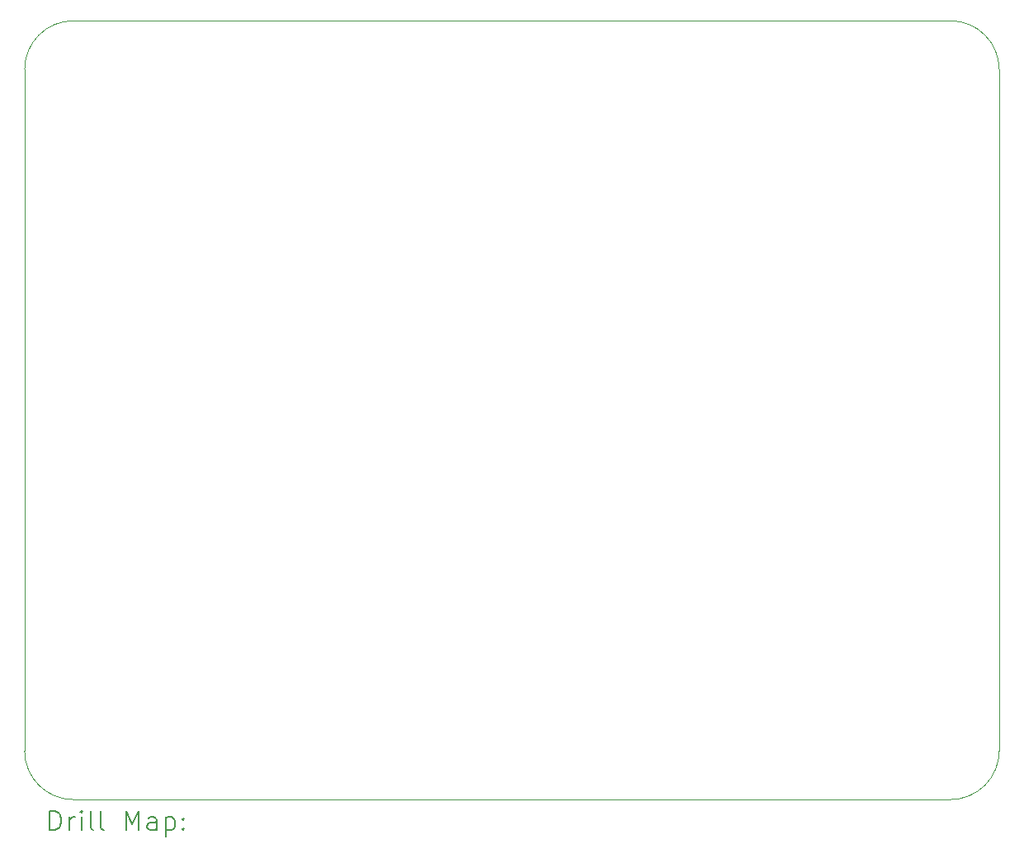
<source format=gbr>
%TF.GenerationSoftware,KiCad,Pcbnew,9.0.1*%
%TF.CreationDate,2025-05-04T12:18:20+03:30*%
%TF.ProjectId,sstc-v3,73737463-2d76-4332-9e6b-696361645f70,rev?*%
%TF.SameCoordinates,Original*%
%TF.FileFunction,Drillmap*%
%TF.FilePolarity,Positive*%
%FSLAX45Y45*%
G04 Gerber Fmt 4.5, Leading zero omitted, Abs format (unit mm)*
G04 Created by KiCad (PCBNEW 9.0.1) date 2025-05-04 12:18:20*
%MOMM*%
%LPD*%
G01*
G04 APERTURE LIST*
%ADD10C,0.050000*%
%ADD11C,0.200000*%
G04 APERTURE END LIST*
D10*
X10700000Y-9200000D02*
X1700000Y-9200000D01*
X1200000Y-8700000D02*
X1200000Y-1700000D01*
X1700000Y-1200000D02*
X10700000Y-1200000D01*
X10700000Y-1200000D02*
G75*
G02*
X11200000Y-1700000I0J-500000D01*
G01*
X1200000Y-1700000D02*
G75*
G02*
X1700000Y-1200000I500000J0D01*
G01*
X1700000Y-9200000D02*
G75*
G02*
X1200000Y-8700000I0J500000D01*
G01*
X11200000Y-1700000D02*
X11200000Y-8700000D01*
X11200000Y-8700000D02*
G75*
G02*
X10700000Y-9200000I-500000J0D01*
G01*
D11*
X1458277Y-9513984D02*
X1458277Y-9313984D01*
X1458277Y-9313984D02*
X1505896Y-9313984D01*
X1505896Y-9313984D02*
X1534467Y-9323508D01*
X1534467Y-9323508D02*
X1553515Y-9342555D01*
X1553515Y-9342555D02*
X1563039Y-9361603D01*
X1563039Y-9361603D02*
X1572562Y-9399698D01*
X1572562Y-9399698D02*
X1572562Y-9428270D01*
X1572562Y-9428270D02*
X1563039Y-9466365D01*
X1563039Y-9466365D02*
X1553515Y-9485412D01*
X1553515Y-9485412D02*
X1534467Y-9504460D01*
X1534467Y-9504460D02*
X1505896Y-9513984D01*
X1505896Y-9513984D02*
X1458277Y-9513984D01*
X1658277Y-9513984D02*
X1658277Y-9380650D01*
X1658277Y-9418746D02*
X1667801Y-9399698D01*
X1667801Y-9399698D02*
X1677324Y-9390174D01*
X1677324Y-9390174D02*
X1696372Y-9380650D01*
X1696372Y-9380650D02*
X1715420Y-9380650D01*
X1782086Y-9513984D02*
X1782086Y-9380650D01*
X1782086Y-9313984D02*
X1772562Y-9323508D01*
X1772562Y-9323508D02*
X1782086Y-9333031D01*
X1782086Y-9333031D02*
X1791610Y-9323508D01*
X1791610Y-9323508D02*
X1782086Y-9313984D01*
X1782086Y-9313984D02*
X1782086Y-9333031D01*
X1905896Y-9513984D02*
X1886848Y-9504460D01*
X1886848Y-9504460D02*
X1877324Y-9485412D01*
X1877324Y-9485412D02*
X1877324Y-9313984D01*
X2010658Y-9513984D02*
X1991610Y-9504460D01*
X1991610Y-9504460D02*
X1982086Y-9485412D01*
X1982086Y-9485412D02*
X1982086Y-9313984D01*
X2239229Y-9513984D02*
X2239229Y-9313984D01*
X2239229Y-9313984D02*
X2305896Y-9456841D01*
X2305896Y-9456841D02*
X2372563Y-9313984D01*
X2372563Y-9313984D02*
X2372563Y-9513984D01*
X2553515Y-9513984D02*
X2553515Y-9409222D01*
X2553515Y-9409222D02*
X2543991Y-9390174D01*
X2543991Y-9390174D02*
X2524944Y-9380650D01*
X2524944Y-9380650D02*
X2486848Y-9380650D01*
X2486848Y-9380650D02*
X2467801Y-9390174D01*
X2553515Y-9504460D02*
X2534467Y-9513984D01*
X2534467Y-9513984D02*
X2486848Y-9513984D01*
X2486848Y-9513984D02*
X2467801Y-9504460D01*
X2467801Y-9504460D02*
X2458277Y-9485412D01*
X2458277Y-9485412D02*
X2458277Y-9466365D01*
X2458277Y-9466365D02*
X2467801Y-9447317D01*
X2467801Y-9447317D02*
X2486848Y-9437793D01*
X2486848Y-9437793D02*
X2534467Y-9437793D01*
X2534467Y-9437793D02*
X2553515Y-9428270D01*
X2648753Y-9380650D02*
X2648753Y-9580650D01*
X2648753Y-9390174D02*
X2667801Y-9380650D01*
X2667801Y-9380650D02*
X2705896Y-9380650D01*
X2705896Y-9380650D02*
X2724944Y-9390174D01*
X2724944Y-9390174D02*
X2734467Y-9399698D01*
X2734467Y-9399698D02*
X2743991Y-9418746D01*
X2743991Y-9418746D02*
X2743991Y-9475889D01*
X2743991Y-9475889D02*
X2734467Y-9494936D01*
X2734467Y-9494936D02*
X2724944Y-9504460D01*
X2724944Y-9504460D02*
X2705896Y-9513984D01*
X2705896Y-9513984D02*
X2667801Y-9513984D01*
X2667801Y-9513984D02*
X2648753Y-9504460D01*
X2829705Y-9494936D02*
X2839229Y-9504460D01*
X2839229Y-9504460D02*
X2829705Y-9513984D01*
X2829705Y-9513984D02*
X2820182Y-9504460D01*
X2820182Y-9504460D02*
X2829705Y-9494936D01*
X2829705Y-9494936D02*
X2829705Y-9513984D01*
X2829705Y-9390174D02*
X2839229Y-9399698D01*
X2839229Y-9399698D02*
X2829705Y-9409222D01*
X2829705Y-9409222D02*
X2820182Y-9399698D01*
X2820182Y-9399698D02*
X2829705Y-9390174D01*
X2829705Y-9390174D02*
X2829705Y-9409222D01*
M02*

</source>
